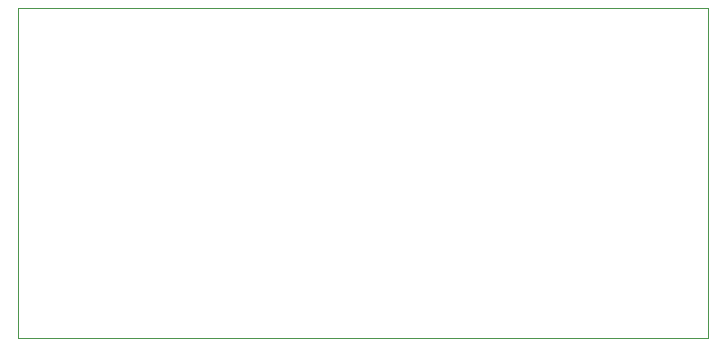
<source format=gbr>
G04 #@! TF.GenerationSoftware,KiCad,Pcbnew,5.1.5-52549c5~86~ubuntu18.04.1*
G04 #@! TF.CreationDate,2020-09-06T17:41:57-05:00*
G04 #@! TF.ProjectId,D00,4430302e-6b69-4636-9164-5f7063625858,rev?*
G04 #@! TF.SameCoordinates,Original*
G04 #@! TF.FileFunction,Profile,NP*
%FSLAX46Y46*%
G04 Gerber Fmt 4.6, Leading zero omitted, Abs format (unit mm)*
G04 Created by KiCad (PCBNEW 5.1.5-52549c5~86~ubuntu18.04.1) date 2020-09-06 17:41:57*
%MOMM*%
%LPD*%
G04 APERTURE LIST*
%ADD10C,0.050000*%
G04 APERTURE END LIST*
D10*
X20000000Y-47940000D02*
X78420000Y-47940000D01*
X78420000Y-20000000D02*
X78420000Y-47940000D01*
X20000000Y-20000000D02*
X78420000Y-20000000D01*
X20000000Y-20000000D02*
X20000000Y-47940000D01*
M02*

</source>
